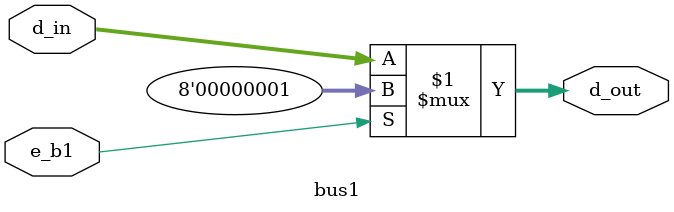
<source format=v>
module bus1(	// file.cleaned.mlir:2:3
  input        e_b1,	// file.cleaned.mlir:2:22
  input  [7:0] d_in,	// file.cleaned.mlir:2:37
  output [7:0] d_out	// file.cleaned.mlir:2:53
);

  assign d_out = e_b1 ? 8'h1 : d_in;	// file.cleaned.mlir:3:14, :4:10, :5:5
endmodule


</source>
